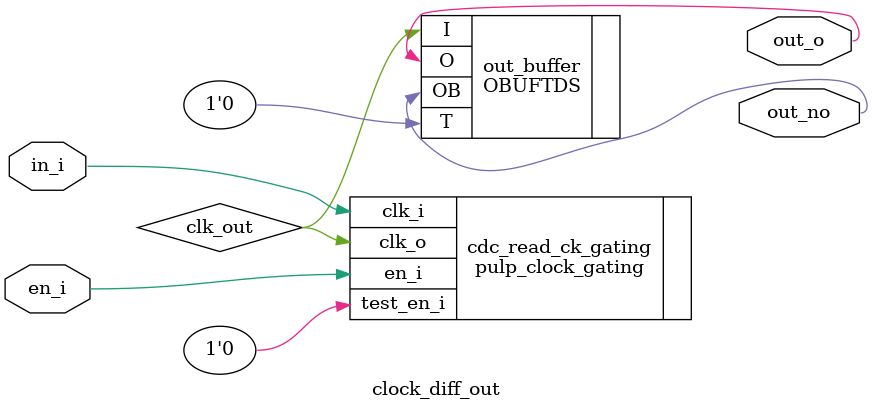
<source format=sv>
`timescale 1ns / 1ps

module clock_diff_out
(
    input  logic in_i,
    input  logic en_i, //high enable
    output logic out_o,
    output logic out_no
);

    logic clk_out;

    //Clock gating resulting in clk_rwds
    pulp_clock_gating cdc_read_ck_gating (
        .clk_i      ( in_i    ),
        .en_i       ( en_i    ),
        .test_en_i  ( 1'b0    ),
        .clk_o      ( clk_out )
    );

    OBUFTDS out_buffer
    (
        .I  ( clk_out),
        .T  ( 1'b0   ),
        .O  ( out_o  ),
        .OB ( out_no )
    );
    
endmodule

</source>
